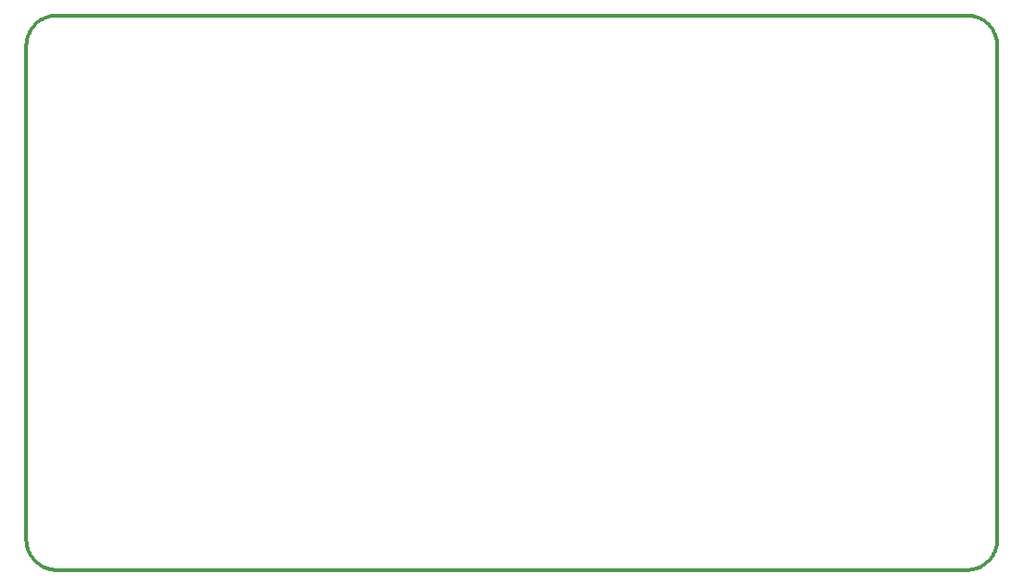
<source format=gbr>
%TF.GenerationSoftware,KiCad,Pcbnew,8.0.2-1*%
%TF.CreationDate,2024-06-21T15:15:20-04:00*%
%TF.ProjectId,businessCard,62757369-6e65-4737-9343-6172642e6b69,rev?*%
%TF.SameCoordinates,Original*%
%TF.FileFunction,Profile,NP*%
%FSLAX46Y46*%
G04 Gerber Fmt 4.6, Leading zero omitted, Abs format (unit mm)*
G04 Created by KiCad (PCBNEW 8.0.2-1) date 2024-06-21 15:15:20*
%MOMM*%
%LPD*%
G01*
G04 APERTURE LIST*
%TA.AperFunction,Profile*%
%ADD10C,0.353980*%
%TD*%
G04 APERTURE END LIST*
D10*
X185946093Y-40003668D02*
X186089260Y-40014554D01*
X186230344Y-40032482D01*
X186369170Y-40057274D01*
X186505560Y-40088752D01*
X186639338Y-40126741D01*
X186770325Y-40171062D01*
X186898345Y-40221538D01*
X187023221Y-40277993D01*
X187144775Y-40340250D01*
X187262831Y-40408130D01*
X187377211Y-40481458D01*
X187487738Y-40560055D01*
X187594235Y-40643745D01*
X187696525Y-40732351D01*
X187794431Y-40825695D01*
X187887776Y-40923601D01*
X187976382Y-41025891D01*
X188060072Y-41132388D01*
X188138670Y-41242915D01*
X188211997Y-41357295D01*
X188279878Y-41475351D01*
X188342135Y-41596905D01*
X188398590Y-41721781D01*
X188449067Y-41849802D01*
X188493388Y-41980789D01*
X188531377Y-42114567D01*
X188562855Y-42250957D01*
X188587647Y-42389784D01*
X188605575Y-42530869D01*
X188616462Y-42674035D01*
X188620130Y-42819107D01*
X188620130Y-87826904D01*
X188616462Y-87971974D01*
X188605575Y-88115140D01*
X188587647Y-88256225D01*
X188562855Y-88395051D01*
X188531377Y-88531441D01*
X188493388Y-88665219D01*
X188449067Y-88796206D01*
X188398590Y-88924226D01*
X188342135Y-89049102D01*
X188279878Y-89170656D01*
X188211997Y-89288712D01*
X188138670Y-89403092D01*
X188060072Y-89513619D01*
X187976382Y-89620116D01*
X187887776Y-89722406D01*
X187794431Y-89820312D01*
X187696525Y-89913657D01*
X187594235Y-90002263D01*
X187487738Y-90085953D01*
X187377211Y-90164551D01*
X187262831Y-90237878D01*
X187144775Y-90305759D01*
X187023221Y-90368016D01*
X186898345Y-90424471D01*
X186770325Y-90474948D01*
X186639338Y-90519269D01*
X186505560Y-90557258D01*
X186369170Y-90588736D01*
X186230344Y-90613528D01*
X186089260Y-90631456D01*
X185946093Y-90642343D01*
X185801023Y-90646011D01*
X102793214Y-90646011D01*
X102648143Y-90642343D01*
X102504977Y-90631456D01*
X102363892Y-90613528D01*
X102225066Y-90588736D01*
X102088675Y-90557258D01*
X101954898Y-90519269D01*
X101823911Y-90474948D01*
X101695891Y-90424471D01*
X101571015Y-90368016D01*
X101449460Y-90305759D01*
X101331405Y-90237878D01*
X101217025Y-90164551D01*
X101106498Y-90085953D01*
X101000000Y-90002263D01*
X100897710Y-89913657D01*
X100799805Y-89820312D01*
X100706460Y-89722406D01*
X100617854Y-89620116D01*
X100534164Y-89513619D01*
X100455566Y-89403092D01*
X100382239Y-89288712D01*
X100314358Y-89170656D01*
X100252102Y-89049102D01*
X100195647Y-88924226D01*
X100145170Y-88796206D01*
X100100849Y-88665219D01*
X100062860Y-88531441D01*
X100031381Y-88395051D01*
X100006590Y-88256225D01*
X99988662Y-88115140D01*
X99977775Y-87971974D01*
X99974107Y-87826904D01*
X99974107Y-42819107D01*
X99977775Y-42674035D01*
X99988662Y-42530869D01*
X100006590Y-42389784D01*
X100031381Y-42250957D01*
X100062860Y-42114567D01*
X100100849Y-41980789D01*
X100145170Y-41849802D01*
X100195647Y-41721781D01*
X100252102Y-41596905D01*
X100314358Y-41475351D01*
X100382239Y-41357295D01*
X100455566Y-41242915D01*
X100534164Y-41132388D01*
X100617854Y-41025891D01*
X100706460Y-40923601D01*
X100799805Y-40825695D01*
X100897710Y-40732351D01*
X101000000Y-40643745D01*
X101106498Y-40560055D01*
X101217025Y-40481458D01*
X101331405Y-40408130D01*
X101449460Y-40340250D01*
X101571015Y-40277993D01*
X101695891Y-40221538D01*
X101823911Y-40171062D01*
X101954898Y-40126741D01*
X102088675Y-40088752D01*
X102225066Y-40057274D01*
X102363892Y-40032482D01*
X102504977Y-40014554D01*
X102648143Y-40003668D01*
X102793214Y-40000000D01*
X185801023Y-40000000D01*
X185946093Y-40003668D01*
M02*

</source>
